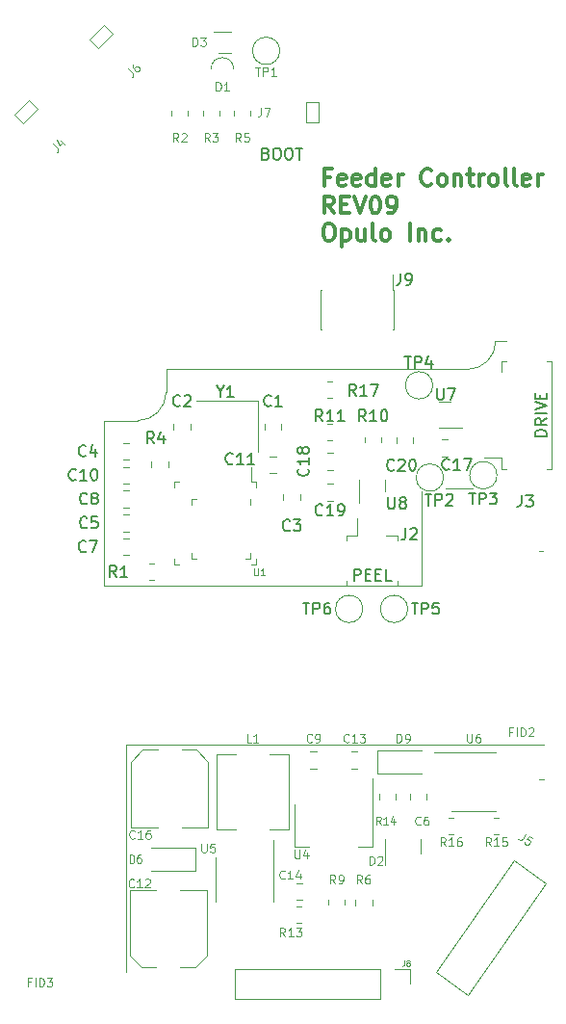
<source format=gbr>
G04 #@! TF.GenerationSoftware,KiCad,Pcbnew,(6.0.1-0)*
G04 #@! TF.CreationDate,2022-12-09T09:44:15-05:00*
G04 #@! TF.ProjectId,mobo,6d6f626f-2e6b-4696-9361-645f70636258,rev?*
G04 #@! TF.SameCoordinates,Original*
G04 #@! TF.FileFunction,Legend,Top*
G04 #@! TF.FilePolarity,Positive*
%FSLAX46Y46*%
G04 Gerber Fmt 4.6, Leading zero omitted, Abs format (unit mm)*
G04 Created by KiCad (PCBNEW (6.0.1-0)) date 2022-12-09 09:44:15*
%MOMM*%
%LPD*%
G01*
G04 APERTURE LIST*
%ADD10C,0.120000*%
%ADD11C,0.150000*%
%ADD12C,0.300000*%
%ADD13C,0.200000*%
%ADD14C,0.100000*%
G04 APERTURE END LIST*
D10*
X94300000Y-96000000D02*
X131000000Y-96000000D01*
X124300000Y-63000000D02*
G75*
G03*
X126800000Y-60500000I0J2500000D01*
G01*
X130600000Y-99000000D02*
X131000000Y-99000000D01*
X124800000Y-73500000D02*
X122400000Y-73500000D01*
X97800000Y-63000000D02*
X97800000Y-65000000D01*
X127700000Y-60500000D02*
X126800000Y-60500000D01*
X95300000Y-67500000D02*
G75*
G03*
X97800000Y-65000000I0J2500000D01*
G01*
X92300000Y-82000000D02*
X92300000Y-67500000D01*
X94300000Y-116000000D02*
X94300000Y-96000000D01*
X104300000Y-96000000D02*
X112300000Y-96000000D01*
X95300000Y-67500000D02*
X92300000Y-67500000D01*
X120300000Y-82000000D02*
X92300000Y-82000000D01*
X124300000Y-63000000D02*
X97800000Y-63000000D01*
X120300000Y-82000000D02*
X120300000Y-73700000D01*
X130600000Y-79000000D02*
X130950000Y-79000000D01*
D11*
X114328571Y-81552380D02*
X114328571Y-80552380D01*
X114709523Y-80552380D01*
X114804761Y-80600000D01*
X114852380Y-80647619D01*
X114900000Y-80742857D01*
X114900000Y-80885714D01*
X114852380Y-80980952D01*
X114804761Y-81028571D01*
X114709523Y-81076190D01*
X114328571Y-81076190D01*
X115328571Y-81028571D02*
X115661904Y-81028571D01*
X115804761Y-81552380D02*
X115328571Y-81552380D01*
X115328571Y-80552380D01*
X115804761Y-80552380D01*
X116233333Y-81028571D02*
X116566666Y-81028571D01*
X116709523Y-81552380D02*
X116233333Y-81552380D01*
X116233333Y-80552380D01*
X116709523Y-80552380D01*
X117614285Y-81552380D02*
X117138095Y-81552380D01*
X117138095Y-80552380D01*
D12*
X112202142Y-46077857D02*
X111702142Y-46077857D01*
X111702142Y-46863571D02*
X111702142Y-45363571D01*
X112416428Y-45363571D01*
X113559285Y-46792142D02*
X113416428Y-46863571D01*
X113130714Y-46863571D01*
X112987857Y-46792142D01*
X112916428Y-46649285D01*
X112916428Y-46077857D01*
X112987857Y-45935000D01*
X113130714Y-45863571D01*
X113416428Y-45863571D01*
X113559285Y-45935000D01*
X113630714Y-46077857D01*
X113630714Y-46220714D01*
X112916428Y-46363571D01*
X114845000Y-46792142D02*
X114702142Y-46863571D01*
X114416428Y-46863571D01*
X114273571Y-46792142D01*
X114202142Y-46649285D01*
X114202142Y-46077857D01*
X114273571Y-45935000D01*
X114416428Y-45863571D01*
X114702142Y-45863571D01*
X114845000Y-45935000D01*
X114916428Y-46077857D01*
X114916428Y-46220714D01*
X114202142Y-46363571D01*
X116202142Y-46863571D02*
X116202142Y-45363571D01*
X116202142Y-46792142D02*
X116059285Y-46863571D01*
X115773571Y-46863571D01*
X115630714Y-46792142D01*
X115559285Y-46720714D01*
X115487857Y-46577857D01*
X115487857Y-46149285D01*
X115559285Y-46006428D01*
X115630714Y-45935000D01*
X115773571Y-45863571D01*
X116059285Y-45863571D01*
X116202142Y-45935000D01*
X117487857Y-46792142D02*
X117345000Y-46863571D01*
X117059285Y-46863571D01*
X116916428Y-46792142D01*
X116845000Y-46649285D01*
X116845000Y-46077857D01*
X116916428Y-45935000D01*
X117059285Y-45863571D01*
X117345000Y-45863571D01*
X117487857Y-45935000D01*
X117559285Y-46077857D01*
X117559285Y-46220714D01*
X116845000Y-46363571D01*
X118202142Y-46863571D02*
X118202142Y-45863571D01*
X118202142Y-46149285D02*
X118273571Y-46006428D01*
X118345000Y-45935000D01*
X118487857Y-45863571D01*
X118630714Y-45863571D01*
X121130714Y-46720714D02*
X121059285Y-46792142D01*
X120845000Y-46863571D01*
X120702142Y-46863571D01*
X120487857Y-46792142D01*
X120345000Y-46649285D01*
X120273571Y-46506428D01*
X120202142Y-46220714D01*
X120202142Y-46006428D01*
X120273571Y-45720714D01*
X120345000Y-45577857D01*
X120487857Y-45435000D01*
X120702142Y-45363571D01*
X120845000Y-45363571D01*
X121059285Y-45435000D01*
X121130714Y-45506428D01*
X121987857Y-46863571D02*
X121845000Y-46792142D01*
X121773571Y-46720714D01*
X121702142Y-46577857D01*
X121702142Y-46149285D01*
X121773571Y-46006428D01*
X121845000Y-45935000D01*
X121987857Y-45863571D01*
X122202142Y-45863571D01*
X122345000Y-45935000D01*
X122416428Y-46006428D01*
X122487857Y-46149285D01*
X122487857Y-46577857D01*
X122416428Y-46720714D01*
X122345000Y-46792142D01*
X122202142Y-46863571D01*
X121987857Y-46863571D01*
X123130714Y-45863571D02*
X123130714Y-46863571D01*
X123130714Y-46006428D02*
X123202142Y-45935000D01*
X123345000Y-45863571D01*
X123559285Y-45863571D01*
X123702142Y-45935000D01*
X123773571Y-46077857D01*
X123773571Y-46863571D01*
X124273571Y-45863571D02*
X124845000Y-45863571D01*
X124487857Y-45363571D02*
X124487857Y-46649285D01*
X124559285Y-46792142D01*
X124702142Y-46863571D01*
X124845000Y-46863571D01*
X125345000Y-46863571D02*
X125345000Y-45863571D01*
X125345000Y-46149285D02*
X125416428Y-46006428D01*
X125487857Y-45935000D01*
X125630714Y-45863571D01*
X125773571Y-45863571D01*
X126487857Y-46863571D02*
X126345000Y-46792142D01*
X126273571Y-46720714D01*
X126202142Y-46577857D01*
X126202142Y-46149285D01*
X126273571Y-46006428D01*
X126345000Y-45935000D01*
X126487857Y-45863571D01*
X126702142Y-45863571D01*
X126845000Y-45935000D01*
X126916428Y-46006428D01*
X126987857Y-46149285D01*
X126987857Y-46577857D01*
X126916428Y-46720714D01*
X126845000Y-46792142D01*
X126702142Y-46863571D01*
X126487857Y-46863571D01*
X127845000Y-46863571D02*
X127702142Y-46792142D01*
X127630714Y-46649285D01*
X127630714Y-45363571D01*
X128630714Y-46863571D02*
X128487857Y-46792142D01*
X128416428Y-46649285D01*
X128416428Y-45363571D01*
X129773571Y-46792142D02*
X129630714Y-46863571D01*
X129345000Y-46863571D01*
X129202142Y-46792142D01*
X129130714Y-46649285D01*
X129130714Y-46077857D01*
X129202142Y-45935000D01*
X129345000Y-45863571D01*
X129630714Y-45863571D01*
X129773571Y-45935000D01*
X129845000Y-46077857D01*
X129845000Y-46220714D01*
X129130714Y-46363571D01*
X130487857Y-46863571D02*
X130487857Y-45863571D01*
X130487857Y-46149285D02*
X130559285Y-46006428D01*
X130630714Y-45935000D01*
X130773571Y-45863571D01*
X130916428Y-45863571D01*
X112559285Y-49278571D02*
X112059285Y-48564285D01*
X111702142Y-49278571D02*
X111702142Y-47778571D01*
X112273571Y-47778571D01*
X112416428Y-47850000D01*
X112487857Y-47921428D01*
X112559285Y-48064285D01*
X112559285Y-48278571D01*
X112487857Y-48421428D01*
X112416428Y-48492857D01*
X112273571Y-48564285D01*
X111702142Y-48564285D01*
X113202142Y-48492857D02*
X113702142Y-48492857D01*
X113916428Y-49278571D02*
X113202142Y-49278571D01*
X113202142Y-47778571D01*
X113916428Y-47778571D01*
X114345000Y-47778571D02*
X114845000Y-49278571D01*
X115345000Y-47778571D01*
X116130714Y-47778571D02*
X116273571Y-47778571D01*
X116416428Y-47850000D01*
X116487857Y-47921428D01*
X116559285Y-48064285D01*
X116630714Y-48350000D01*
X116630714Y-48707142D01*
X116559285Y-48992857D01*
X116487857Y-49135714D01*
X116416428Y-49207142D01*
X116273571Y-49278571D01*
X116130714Y-49278571D01*
X115987857Y-49207142D01*
X115916428Y-49135714D01*
X115845000Y-48992857D01*
X115773571Y-48707142D01*
X115773571Y-48350000D01*
X115845000Y-48064285D01*
X115916428Y-47921428D01*
X115987857Y-47850000D01*
X116130714Y-47778571D01*
X117345000Y-49278571D02*
X117630714Y-49278571D01*
X117773571Y-49207142D01*
X117845000Y-49135714D01*
X117987857Y-48921428D01*
X118059285Y-48635714D01*
X118059285Y-48064285D01*
X117987857Y-47921428D01*
X117916428Y-47850000D01*
X117773571Y-47778571D01*
X117487857Y-47778571D01*
X117345000Y-47850000D01*
X117273571Y-47921428D01*
X117202142Y-48064285D01*
X117202142Y-48421428D01*
X117273571Y-48564285D01*
X117345000Y-48635714D01*
X117487857Y-48707142D01*
X117773571Y-48707142D01*
X117916428Y-48635714D01*
X117987857Y-48564285D01*
X118059285Y-48421428D01*
X111987857Y-50193571D02*
X112273571Y-50193571D01*
X112416428Y-50265000D01*
X112559285Y-50407857D01*
X112630714Y-50693571D01*
X112630714Y-51193571D01*
X112559285Y-51479285D01*
X112416428Y-51622142D01*
X112273571Y-51693571D01*
X111987857Y-51693571D01*
X111845000Y-51622142D01*
X111702142Y-51479285D01*
X111630714Y-51193571D01*
X111630714Y-50693571D01*
X111702142Y-50407857D01*
X111845000Y-50265000D01*
X111987857Y-50193571D01*
X113273571Y-50693571D02*
X113273571Y-52193571D01*
X113273571Y-50765000D02*
X113416428Y-50693571D01*
X113702142Y-50693571D01*
X113845000Y-50765000D01*
X113916428Y-50836428D01*
X113987857Y-50979285D01*
X113987857Y-51407857D01*
X113916428Y-51550714D01*
X113845000Y-51622142D01*
X113702142Y-51693571D01*
X113416428Y-51693571D01*
X113273571Y-51622142D01*
X115273571Y-50693571D02*
X115273571Y-51693571D01*
X114630714Y-50693571D02*
X114630714Y-51479285D01*
X114702142Y-51622142D01*
X114845000Y-51693571D01*
X115059285Y-51693571D01*
X115202142Y-51622142D01*
X115273571Y-51550714D01*
X116202142Y-51693571D02*
X116059285Y-51622142D01*
X115987857Y-51479285D01*
X115987857Y-50193571D01*
X116987857Y-51693571D02*
X116845000Y-51622142D01*
X116773571Y-51550714D01*
X116702142Y-51407857D01*
X116702142Y-50979285D01*
X116773571Y-50836428D01*
X116845000Y-50765000D01*
X116987857Y-50693571D01*
X117202142Y-50693571D01*
X117345000Y-50765000D01*
X117416428Y-50836428D01*
X117487857Y-50979285D01*
X117487857Y-51407857D01*
X117416428Y-51550714D01*
X117345000Y-51622142D01*
X117202142Y-51693571D01*
X116987857Y-51693571D01*
X119273571Y-51693571D02*
X119273571Y-50193571D01*
X119987857Y-50693571D02*
X119987857Y-51693571D01*
X119987857Y-50836428D02*
X120059285Y-50765000D01*
X120202142Y-50693571D01*
X120416428Y-50693571D01*
X120559285Y-50765000D01*
X120630714Y-50907857D01*
X120630714Y-51693571D01*
X121987857Y-51622142D02*
X121845000Y-51693571D01*
X121559285Y-51693571D01*
X121416428Y-51622142D01*
X121345000Y-51550714D01*
X121273571Y-51407857D01*
X121273571Y-50979285D01*
X121345000Y-50836428D01*
X121416428Y-50765000D01*
X121559285Y-50693571D01*
X121845000Y-50693571D01*
X121987857Y-50765000D01*
X122630714Y-51550714D02*
X122702142Y-51622142D01*
X122630714Y-51693571D01*
X122559285Y-51622142D01*
X122630714Y-51550714D01*
X122630714Y-51693571D01*
D13*
X106592857Y-44028571D02*
X106735714Y-44076190D01*
X106783333Y-44123809D01*
X106830952Y-44219047D01*
X106830952Y-44361904D01*
X106783333Y-44457142D01*
X106735714Y-44504761D01*
X106640476Y-44552380D01*
X106259523Y-44552380D01*
X106259523Y-43552380D01*
X106592857Y-43552380D01*
X106688095Y-43600000D01*
X106735714Y-43647619D01*
X106783333Y-43742857D01*
X106783333Y-43838095D01*
X106735714Y-43933333D01*
X106688095Y-43980952D01*
X106592857Y-44028571D01*
X106259523Y-44028571D01*
X107450000Y-43552380D02*
X107640476Y-43552380D01*
X107735714Y-43600000D01*
X107830952Y-43695238D01*
X107878571Y-43885714D01*
X107878571Y-44219047D01*
X107830952Y-44409523D01*
X107735714Y-44504761D01*
X107640476Y-44552380D01*
X107450000Y-44552380D01*
X107354761Y-44504761D01*
X107259523Y-44409523D01*
X107211904Y-44219047D01*
X107211904Y-43885714D01*
X107259523Y-43695238D01*
X107354761Y-43600000D01*
X107450000Y-43552380D01*
X108497619Y-43552380D02*
X108688095Y-43552380D01*
X108783333Y-43600000D01*
X108878571Y-43695238D01*
X108926190Y-43885714D01*
X108926190Y-44219047D01*
X108878571Y-44409523D01*
X108783333Y-44504761D01*
X108688095Y-44552380D01*
X108497619Y-44552380D01*
X108402380Y-44504761D01*
X108307142Y-44409523D01*
X108259523Y-44219047D01*
X108259523Y-43885714D01*
X108307142Y-43695238D01*
X108402380Y-43600000D01*
X108497619Y-43552380D01*
X109211904Y-43552380D02*
X109783333Y-43552380D01*
X109497619Y-44552380D02*
X109497619Y-43552380D01*
D11*
X131252380Y-68880952D02*
X130252380Y-68880952D01*
X130252380Y-68642857D01*
X130300000Y-68500000D01*
X130395238Y-68404761D01*
X130490476Y-68357142D01*
X130680952Y-68309523D01*
X130823809Y-68309523D01*
X131014285Y-68357142D01*
X131109523Y-68404761D01*
X131204761Y-68500000D01*
X131252380Y-68642857D01*
X131252380Y-68880952D01*
X131252380Y-67309523D02*
X130776190Y-67642857D01*
X131252380Y-67880952D02*
X130252380Y-67880952D01*
X130252380Y-67500000D01*
X130300000Y-67404761D01*
X130347619Y-67357142D01*
X130442857Y-67309523D01*
X130585714Y-67309523D01*
X130680952Y-67357142D01*
X130728571Y-67404761D01*
X130776190Y-67500000D01*
X130776190Y-67880952D01*
X131252380Y-66880952D02*
X130252380Y-66880952D01*
X130252380Y-66547619D02*
X131252380Y-66214285D01*
X130252380Y-65880952D01*
X130728571Y-65547619D02*
X130728571Y-65214285D01*
X131252380Y-65071428D02*
X131252380Y-65547619D01*
X130252380Y-65547619D01*
X130252380Y-65071428D01*
X124438095Y-73852380D02*
X125009523Y-73852380D01*
X124723809Y-74852380D02*
X124723809Y-73852380D01*
X125342857Y-74852380D02*
X125342857Y-73852380D01*
X125723809Y-73852380D01*
X125819047Y-73900000D01*
X125866666Y-73947619D01*
X125914285Y-74042857D01*
X125914285Y-74185714D01*
X125866666Y-74280952D01*
X125819047Y-74328571D01*
X125723809Y-74376190D01*
X125342857Y-74376190D01*
X126247619Y-73852380D02*
X126866666Y-73852380D01*
X126533333Y-74233333D01*
X126676190Y-74233333D01*
X126771428Y-74280952D01*
X126819047Y-74328571D01*
X126866666Y-74423809D01*
X126866666Y-74661904D01*
X126819047Y-74757142D01*
X126771428Y-74804761D01*
X126676190Y-74852380D01*
X126390476Y-74852380D01*
X126295238Y-74804761D01*
X126247619Y-74757142D01*
D14*
X112675000Y-108189285D02*
X112425000Y-107832142D01*
X112246428Y-108189285D02*
X112246428Y-107439285D01*
X112532142Y-107439285D01*
X112603571Y-107475000D01*
X112639285Y-107510714D01*
X112675000Y-107582142D01*
X112675000Y-107689285D01*
X112639285Y-107760714D01*
X112603571Y-107796428D01*
X112532142Y-107832142D01*
X112246428Y-107832142D01*
X113032142Y-108189285D02*
X113175000Y-108189285D01*
X113246428Y-108153571D01*
X113282142Y-108117857D01*
X113353571Y-108010714D01*
X113389285Y-107867857D01*
X113389285Y-107582142D01*
X113353571Y-107510714D01*
X113317857Y-107475000D01*
X113246428Y-107439285D01*
X113103571Y-107439285D01*
X113032142Y-107475000D01*
X112996428Y-107510714D01*
X112960714Y-107582142D01*
X112960714Y-107760714D01*
X112996428Y-107832142D01*
X113032142Y-107867857D01*
X113103571Y-107903571D01*
X113246428Y-107903571D01*
X113317857Y-107867857D01*
X113353571Y-107832142D01*
X113389285Y-107760714D01*
X110625000Y-95717857D02*
X110589285Y-95753571D01*
X110482142Y-95789285D01*
X110410714Y-95789285D01*
X110303571Y-95753571D01*
X110232142Y-95682142D01*
X110196428Y-95610714D01*
X110160714Y-95467857D01*
X110160714Y-95360714D01*
X110196428Y-95217857D01*
X110232142Y-95146428D01*
X110303571Y-95075000D01*
X110410714Y-95039285D01*
X110482142Y-95039285D01*
X110589285Y-95075000D01*
X110625000Y-95110714D01*
X110982142Y-95789285D02*
X111125000Y-95789285D01*
X111196428Y-95753571D01*
X111232142Y-95717857D01*
X111303571Y-95610714D01*
X111339285Y-95467857D01*
X111339285Y-95182142D01*
X111303571Y-95110714D01*
X111267857Y-95075000D01*
X111196428Y-95039285D01*
X111053571Y-95039285D01*
X110982142Y-95075000D01*
X110946428Y-95110714D01*
X110910714Y-95182142D01*
X110910714Y-95360714D01*
X110946428Y-95432142D01*
X110982142Y-95467857D01*
X111053571Y-95503571D01*
X111196428Y-95503571D01*
X111267857Y-95467857D01*
X111303571Y-95432142D01*
X111339285Y-95360714D01*
D11*
X90733333Y-70557142D02*
X90685714Y-70604761D01*
X90542857Y-70652380D01*
X90447619Y-70652380D01*
X90304761Y-70604761D01*
X90209523Y-70509523D01*
X90161904Y-70414285D01*
X90114285Y-70223809D01*
X90114285Y-70080952D01*
X90161904Y-69890476D01*
X90209523Y-69795238D01*
X90304761Y-69700000D01*
X90447619Y-69652380D01*
X90542857Y-69652380D01*
X90685714Y-69700000D01*
X90733333Y-69747619D01*
X91590476Y-69985714D02*
X91590476Y-70652380D01*
X91352380Y-69604761D02*
X91114285Y-70319047D01*
X91733333Y-70319047D01*
D14*
X102196428Y-38489285D02*
X102196428Y-37739285D01*
X102375000Y-37739285D01*
X102482142Y-37775000D01*
X102553571Y-37846428D01*
X102589285Y-37917857D01*
X102625000Y-38060714D01*
X102625000Y-38167857D01*
X102589285Y-38310714D01*
X102553571Y-38382142D01*
X102482142Y-38453571D01*
X102375000Y-38489285D01*
X102196428Y-38489285D01*
X103339285Y-38489285D02*
X102910714Y-38489285D01*
X103125000Y-38489285D02*
X103125000Y-37739285D01*
X103053571Y-37846428D01*
X102982142Y-37917857D01*
X102910714Y-37953571D01*
D11*
X121638095Y-64652380D02*
X121638095Y-65461904D01*
X121685714Y-65557142D01*
X121733333Y-65604761D01*
X121828571Y-65652380D01*
X122019047Y-65652380D01*
X122114285Y-65604761D01*
X122161904Y-65557142D01*
X122209523Y-65461904D01*
X122209523Y-64652380D01*
X122590476Y-64652380D02*
X123257142Y-64652380D01*
X122828571Y-65652380D01*
D14*
X104375000Y-42989285D02*
X104125000Y-42632142D01*
X103946428Y-42989285D02*
X103946428Y-42239285D01*
X104232142Y-42239285D01*
X104303571Y-42275000D01*
X104339285Y-42310714D01*
X104375000Y-42382142D01*
X104375000Y-42489285D01*
X104339285Y-42560714D01*
X104303571Y-42596428D01*
X104232142Y-42632142D01*
X103946428Y-42632142D01*
X105053571Y-42239285D02*
X104696428Y-42239285D01*
X104660714Y-42596428D01*
X104696428Y-42560714D01*
X104767857Y-42525000D01*
X104946428Y-42525000D01*
X105017857Y-42560714D01*
X105053571Y-42596428D01*
X105089285Y-42667857D01*
X105089285Y-42846428D01*
X105053571Y-42917857D01*
X105017857Y-42953571D01*
X104946428Y-42989285D01*
X104767857Y-42989285D01*
X104696428Y-42953571D01*
X104660714Y-42917857D01*
D11*
X115357142Y-67552380D02*
X115023809Y-67076190D01*
X114785714Y-67552380D02*
X114785714Y-66552380D01*
X115166666Y-66552380D01*
X115261904Y-66600000D01*
X115309523Y-66647619D01*
X115357142Y-66742857D01*
X115357142Y-66885714D01*
X115309523Y-66980952D01*
X115261904Y-67028571D01*
X115166666Y-67076190D01*
X114785714Y-67076190D01*
X116309523Y-67552380D02*
X115738095Y-67552380D01*
X116023809Y-67552380D02*
X116023809Y-66552380D01*
X115928571Y-66695238D01*
X115833333Y-66790476D01*
X115738095Y-66838095D01*
X116928571Y-66552380D02*
X117023809Y-66552380D01*
X117119047Y-66600000D01*
X117166666Y-66647619D01*
X117214285Y-66742857D01*
X117261904Y-66933333D01*
X117261904Y-67171428D01*
X117214285Y-67361904D01*
X117166666Y-67457142D01*
X117119047Y-67504761D01*
X117023809Y-67552380D01*
X116928571Y-67552380D01*
X116833333Y-67504761D01*
X116785714Y-67457142D01*
X116738095Y-67361904D01*
X116690476Y-67171428D01*
X116690476Y-66933333D01*
X116738095Y-66742857D01*
X116785714Y-66647619D01*
X116833333Y-66600000D01*
X116928571Y-66552380D01*
D14*
X118096428Y-95789285D02*
X118096428Y-95039285D01*
X118275000Y-95039285D01*
X118382142Y-95075000D01*
X118453571Y-95146428D01*
X118489285Y-95217857D01*
X118525000Y-95360714D01*
X118525000Y-95467857D01*
X118489285Y-95610714D01*
X118453571Y-95682142D01*
X118382142Y-95753571D01*
X118275000Y-95789285D01*
X118096428Y-95789285D01*
X118882142Y-95789285D02*
X119025000Y-95789285D01*
X119096428Y-95753571D01*
X119132142Y-95717857D01*
X119203571Y-95610714D01*
X119239285Y-95467857D01*
X119239285Y-95182142D01*
X119203571Y-95110714D01*
X119167857Y-95075000D01*
X119096428Y-95039285D01*
X118953571Y-95039285D01*
X118882142Y-95075000D01*
X118846428Y-95110714D01*
X118810714Y-95182142D01*
X118810714Y-95360714D01*
X118846428Y-95432142D01*
X118882142Y-95467857D01*
X118953571Y-95503571D01*
X119096428Y-95503571D01*
X119167857Y-95467857D01*
X119203571Y-95432142D01*
X119239285Y-95360714D01*
D11*
X96733333Y-69502380D02*
X96400000Y-69026190D01*
X96161904Y-69502380D02*
X96161904Y-68502380D01*
X96542857Y-68502380D01*
X96638095Y-68550000D01*
X96685714Y-68597619D01*
X96733333Y-68692857D01*
X96733333Y-68835714D01*
X96685714Y-68930952D01*
X96638095Y-68978571D01*
X96542857Y-69026190D01*
X96161904Y-69026190D01*
X97590476Y-68835714D02*
X97590476Y-69502380D01*
X97352380Y-68454761D02*
X97114285Y-69169047D01*
X97733333Y-69169047D01*
D14*
X105538692Y-80509168D02*
X105538692Y-80994882D01*
X105567263Y-81052025D01*
X105595835Y-81080597D01*
X105652977Y-81109168D01*
X105767263Y-81109168D01*
X105824406Y-81080597D01*
X105852977Y-81052025D01*
X105881549Y-80994882D01*
X105881549Y-80509168D01*
X106481549Y-81109168D02*
X106138692Y-81109168D01*
X106310120Y-81109168D02*
X106310120Y-80509168D01*
X106252977Y-80594882D01*
X106195835Y-80652025D01*
X106138692Y-80680597D01*
X101625000Y-42989285D02*
X101375000Y-42632142D01*
X101196428Y-42989285D02*
X101196428Y-42239285D01*
X101482142Y-42239285D01*
X101553571Y-42275000D01*
X101589285Y-42310714D01*
X101625000Y-42382142D01*
X101625000Y-42489285D01*
X101589285Y-42560714D01*
X101553571Y-42596428D01*
X101482142Y-42632142D01*
X101196428Y-42632142D01*
X101875000Y-42239285D02*
X102339285Y-42239285D01*
X102089285Y-42525000D01*
X102196428Y-42525000D01*
X102267857Y-42560714D01*
X102303571Y-42596428D01*
X102339285Y-42667857D01*
X102339285Y-42846428D01*
X102303571Y-42917857D01*
X102267857Y-42953571D01*
X102196428Y-42989285D01*
X101982142Y-42989285D01*
X101910714Y-42953571D01*
X101875000Y-42917857D01*
X98875000Y-42989285D02*
X98625000Y-42632142D01*
X98446428Y-42989285D02*
X98446428Y-42239285D01*
X98732142Y-42239285D01*
X98803571Y-42275000D01*
X98839285Y-42310714D01*
X98875000Y-42382142D01*
X98875000Y-42489285D01*
X98839285Y-42560714D01*
X98803571Y-42596428D01*
X98732142Y-42632142D01*
X98446428Y-42632142D01*
X99160714Y-42310714D02*
X99196428Y-42275000D01*
X99267857Y-42239285D01*
X99446428Y-42239285D01*
X99517857Y-42275000D01*
X99553571Y-42310714D01*
X99589285Y-42382142D01*
X99589285Y-42453571D01*
X99553571Y-42560714D01*
X99125000Y-42989285D01*
X99589285Y-42989285D01*
X109128571Y-105239285D02*
X109128571Y-105846428D01*
X109164285Y-105917857D01*
X109200000Y-105953571D01*
X109271428Y-105989285D01*
X109414285Y-105989285D01*
X109485714Y-105953571D01*
X109521428Y-105917857D01*
X109557142Y-105846428D01*
X109557142Y-105239285D01*
X110235714Y-105489285D02*
X110235714Y-105989285D01*
X110057142Y-105203571D02*
X109878571Y-105739285D01*
X110342857Y-105739285D01*
D11*
X102561549Y-64938095D02*
X102561549Y-65414285D01*
X102228216Y-64414285D02*
X102561549Y-64938095D01*
X102894882Y-64414285D01*
X103752025Y-65414285D02*
X103180597Y-65414285D01*
X103466311Y-65414285D02*
X103466311Y-64414285D01*
X103371073Y-64557143D01*
X103275835Y-64652381D01*
X103180597Y-64700000D01*
X118416666Y-54552380D02*
X118416666Y-55266666D01*
X118369047Y-55409523D01*
X118273809Y-55504761D01*
X118130952Y-55552380D01*
X118035714Y-55552380D01*
X118940476Y-55552380D02*
X119130952Y-55552380D01*
X119226190Y-55504761D01*
X119273809Y-55457142D01*
X119369047Y-55314285D01*
X119416666Y-55123809D01*
X119416666Y-54742857D01*
X119369047Y-54647619D01*
X119321428Y-54600000D01*
X119226190Y-54552380D01*
X119035714Y-54552380D01*
X118940476Y-54600000D01*
X118892857Y-54647619D01*
X118845238Y-54742857D01*
X118845238Y-54980952D01*
X118892857Y-55076190D01*
X118940476Y-55123809D01*
X119035714Y-55171428D01*
X119226190Y-55171428D01*
X119321428Y-55123809D01*
X119369047Y-55076190D01*
X119416666Y-54980952D01*
X119388095Y-83502380D02*
X119959523Y-83502380D01*
X119673809Y-84502380D02*
X119673809Y-83502380D01*
X120292857Y-84502380D02*
X120292857Y-83502380D01*
X120673809Y-83502380D01*
X120769047Y-83550000D01*
X120816666Y-83597619D01*
X120864285Y-83692857D01*
X120864285Y-83835714D01*
X120816666Y-83930952D01*
X120769047Y-83978571D01*
X120673809Y-84026190D01*
X120292857Y-84026190D01*
X121769047Y-83502380D02*
X121292857Y-83502380D01*
X121245238Y-83978571D01*
X121292857Y-83930952D01*
X121388095Y-83883333D01*
X121626190Y-83883333D01*
X121721428Y-83930952D01*
X121769047Y-83978571D01*
X121816666Y-84073809D01*
X121816666Y-84311904D01*
X121769047Y-84407142D01*
X121721428Y-84454761D01*
X121626190Y-84502380D01*
X121388095Y-84502380D01*
X121292857Y-84454761D01*
X121245238Y-84407142D01*
X90733333Y-78957142D02*
X90685714Y-79004761D01*
X90542857Y-79052380D01*
X90447619Y-79052380D01*
X90304761Y-79004761D01*
X90209523Y-78909523D01*
X90161904Y-78814285D01*
X90114285Y-78623809D01*
X90114285Y-78480952D01*
X90161904Y-78290476D01*
X90209523Y-78195238D01*
X90304761Y-78100000D01*
X90447619Y-78052380D01*
X90542857Y-78052380D01*
X90685714Y-78100000D01*
X90733333Y-78147619D01*
X91066666Y-78052380D02*
X91733333Y-78052380D01*
X91304761Y-79052380D01*
D14*
X115025000Y-108189285D02*
X114775000Y-107832142D01*
X114596428Y-108189285D02*
X114596428Y-107439285D01*
X114882142Y-107439285D01*
X114953571Y-107475000D01*
X114989285Y-107510714D01*
X115025000Y-107582142D01*
X115025000Y-107689285D01*
X114989285Y-107760714D01*
X114953571Y-107796428D01*
X114882142Y-107832142D01*
X114596428Y-107832142D01*
X115667857Y-107439285D02*
X115525000Y-107439285D01*
X115453571Y-107475000D01*
X115417857Y-107510714D01*
X115346428Y-107617857D01*
X115310714Y-107760714D01*
X115310714Y-108046428D01*
X115346428Y-108117857D01*
X115382142Y-108153571D01*
X115453571Y-108189285D01*
X115596428Y-108189285D01*
X115667857Y-108153571D01*
X115703571Y-108117857D01*
X115739285Y-108046428D01*
X115739285Y-107867857D01*
X115703571Y-107796428D01*
X115667857Y-107760714D01*
X115596428Y-107725000D01*
X115453571Y-107725000D01*
X115382142Y-107760714D01*
X115346428Y-107796428D01*
X115310714Y-107867857D01*
X94967857Y-108467857D02*
X94932142Y-108503571D01*
X94825000Y-108539285D01*
X94753571Y-108539285D01*
X94646428Y-108503571D01*
X94575000Y-108432142D01*
X94539285Y-108360714D01*
X94503571Y-108217857D01*
X94503571Y-108110714D01*
X94539285Y-107967857D01*
X94575000Y-107896428D01*
X94646428Y-107825000D01*
X94753571Y-107789285D01*
X94825000Y-107789285D01*
X94932142Y-107825000D01*
X94967857Y-107860714D01*
X95682142Y-108539285D02*
X95253571Y-108539285D01*
X95467857Y-108539285D02*
X95467857Y-107789285D01*
X95396428Y-107896428D01*
X95325000Y-107967857D01*
X95253571Y-108003571D01*
X95967857Y-107860714D02*
X96003571Y-107825000D01*
X96075000Y-107789285D01*
X96253571Y-107789285D01*
X96325000Y-107825000D01*
X96360714Y-107860714D01*
X96396428Y-107932142D01*
X96396428Y-108003571D01*
X96360714Y-108110714D01*
X95932142Y-108539285D01*
X96396428Y-108539285D01*
X95017857Y-104167857D02*
X94982142Y-104203571D01*
X94875000Y-104239285D01*
X94803571Y-104239285D01*
X94696428Y-104203571D01*
X94625000Y-104132142D01*
X94589285Y-104060714D01*
X94553571Y-103917857D01*
X94553571Y-103810714D01*
X94589285Y-103667857D01*
X94625000Y-103596428D01*
X94696428Y-103525000D01*
X94803571Y-103489285D01*
X94875000Y-103489285D01*
X94982142Y-103525000D01*
X95017857Y-103560714D01*
X95732142Y-104239285D02*
X95303571Y-104239285D01*
X95517857Y-104239285D02*
X95517857Y-103489285D01*
X95446428Y-103596428D01*
X95375000Y-103667857D01*
X95303571Y-103703571D01*
X96375000Y-103489285D02*
X96232142Y-103489285D01*
X96160714Y-103525000D01*
X96125000Y-103560714D01*
X96053571Y-103667857D01*
X96017857Y-103810714D01*
X96017857Y-104096428D01*
X96053571Y-104167857D01*
X96089285Y-104203571D01*
X96160714Y-104239285D01*
X96303571Y-104239285D01*
X96375000Y-104203571D01*
X96410714Y-104167857D01*
X96446428Y-104096428D01*
X96446428Y-103917857D01*
X96410714Y-103846428D01*
X96375000Y-103810714D01*
X96303571Y-103775000D01*
X96160714Y-103775000D01*
X96089285Y-103810714D01*
X96053571Y-103846428D01*
X96017857Y-103917857D01*
D11*
X111557142Y-75757142D02*
X111509523Y-75804761D01*
X111366666Y-75852380D01*
X111271428Y-75852380D01*
X111128571Y-75804761D01*
X111033333Y-75709523D01*
X110985714Y-75614285D01*
X110938095Y-75423809D01*
X110938095Y-75280952D01*
X110985714Y-75090476D01*
X111033333Y-74995238D01*
X111128571Y-74900000D01*
X111271428Y-74852380D01*
X111366666Y-74852380D01*
X111509523Y-74900000D01*
X111557142Y-74947619D01*
X112509523Y-75852380D02*
X111938095Y-75852380D01*
X112223809Y-75852380D02*
X112223809Y-74852380D01*
X112128571Y-74995238D01*
X112033333Y-75090476D01*
X111938095Y-75138095D01*
X112985714Y-75852380D02*
X113176190Y-75852380D01*
X113271428Y-75804761D01*
X113319047Y-75757142D01*
X113414285Y-75614285D01*
X113461904Y-75423809D01*
X113461904Y-75042857D01*
X113414285Y-74947619D01*
X113366666Y-74900000D01*
X113271428Y-74852380D01*
X113080952Y-74852380D01*
X112985714Y-74900000D01*
X112938095Y-74947619D01*
X112890476Y-75042857D01*
X112890476Y-75280952D01*
X112938095Y-75376190D01*
X112985714Y-75423809D01*
X113080952Y-75471428D01*
X113271428Y-75471428D01*
X113366666Y-75423809D01*
X113414285Y-75376190D01*
X113461904Y-75280952D01*
D14*
X105653571Y-36439285D02*
X106082142Y-36439285D01*
X105867857Y-37189285D02*
X105867857Y-36439285D01*
X106332142Y-37189285D02*
X106332142Y-36439285D01*
X106617857Y-36439285D01*
X106689285Y-36475000D01*
X106725000Y-36510714D01*
X106760714Y-36582142D01*
X106760714Y-36689285D01*
X106725000Y-36760714D01*
X106689285Y-36796428D01*
X106617857Y-36832142D01*
X106332142Y-36832142D01*
X107475000Y-37189285D02*
X107046428Y-37189285D01*
X107260714Y-37189285D02*
X107260714Y-36439285D01*
X107189285Y-36546428D01*
X107117857Y-36617857D01*
X107046428Y-36653571D01*
X128246428Y-94846428D02*
X127996428Y-94846428D01*
X127996428Y-95239285D02*
X127996428Y-94489285D01*
X128353571Y-94489285D01*
X128639285Y-95239285D02*
X128639285Y-94489285D01*
X128996428Y-95239285D02*
X128996428Y-94489285D01*
X129175000Y-94489285D01*
X129282142Y-94525000D01*
X129353571Y-94596428D01*
X129389285Y-94667857D01*
X129425000Y-94810714D01*
X129425000Y-94917857D01*
X129389285Y-95060714D01*
X129353571Y-95132142D01*
X129282142Y-95203571D01*
X129175000Y-95239285D01*
X128996428Y-95239285D01*
X129710714Y-94560714D02*
X129746428Y-94525000D01*
X129817857Y-94489285D01*
X129996428Y-94489285D01*
X130067857Y-94525000D01*
X130103571Y-94560714D01*
X130139285Y-94632142D01*
X130139285Y-94703571D01*
X130103571Y-94810714D01*
X129675000Y-95239285D01*
X130139285Y-95239285D01*
X115696428Y-106539285D02*
X115696428Y-105789285D01*
X115875000Y-105789285D01*
X115982142Y-105825000D01*
X116053571Y-105896428D01*
X116089285Y-105967857D01*
X116125000Y-106110714D01*
X116125000Y-106217857D01*
X116089285Y-106360714D01*
X116053571Y-106432142D01*
X115982142Y-106503571D01*
X115875000Y-106539285D01*
X115696428Y-106539285D01*
X116410714Y-105860714D02*
X116446428Y-105825000D01*
X116517857Y-105789285D01*
X116696428Y-105789285D01*
X116767857Y-105825000D01*
X116803571Y-105860714D01*
X116839285Y-105932142D01*
X116839285Y-106003571D01*
X116803571Y-106110714D01*
X116375000Y-106539285D01*
X116839285Y-106539285D01*
D11*
X108683333Y-77107142D02*
X108635714Y-77154761D01*
X108492857Y-77202380D01*
X108397619Y-77202380D01*
X108254761Y-77154761D01*
X108159523Y-77059523D01*
X108111904Y-76964285D01*
X108064285Y-76773809D01*
X108064285Y-76630952D01*
X108111904Y-76440476D01*
X108159523Y-76345238D01*
X108254761Y-76250000D01*
X108397619Y-76202380D01*
X108492857Y-76202380D01*
X108635714Y-76250000D01*
X108683333Y-76297619D01*
X109016666Y-76202380D02*
X109635714Y-76202380D01*
X109302380Y-76583333D01*
X109445238Y-76583333D01*
X109540476Y-76630952D01*
X109588095Y-76678571D01*
X109635714Y-76773809D01*
X109635714Y-77011904D01*
X109588095Y-77107142D01*
X109540476Y-77154761D01*
X109445238Y-77202380D01*
X109159523Y-77202380D01*
X109064285Y-77154761D01*
X109016666Y-77107142D01*
D14*
X94482804Y-36586357D02*
X94861611Y-36965165D01*
X94912119Y-37066180D01*
X94912119Y-37167195D01*
X94861611Y-37268210D01*
X94811104Y-37318718D01*
X94962626Y-36106535D02*
X94861611Y-36207550D01*
X94836357Y-36283312D01*
X94836357Y-36333819D01*
X94861611Y-36460088D01*
X94937373Y-36586357D01*
X95139403Y-36788388D01*
X95215165Y-36813642D01*
X95265672Y-36813642D01*
X95341434Y-36788388D01*
X95442449Y-36687373D01*
X95467703Y-36611611D01*
X95467703Y-36561104D01*
X95442449Y-36485342D01*
X95316180Y-36359073D01*
X95240418Y-36333819D01*
X95189911Y-36333819D01*
X95114149Y-36359073D01*
X95013134Y-36460088D01*
X94987880Y-36535850D01*
X94987880Y-36586357D01*
X95013134Y-36662119D01*
D11*
X109838095Y-83502380D02*
X110409523Y-83502380D01*
X110123809Y-84502380D02*
X110123809Y-83502380D01*
X110742857Y-84502380D02*
X110742857Y-83502380D01*
X111123809Y-83502380D01*
X111219047Y-83550000D01*
X111266666Y-83597619D01*
X111314285Y-83692857D01*
X111314285Y-83835714D01*
X111266666Y-83930952D01*
X111219047Y-83978571D01*
X111123809Y-84026190D01*
X110742857Y-84026190D01*
X112171428Y-83502380D02*
X111980952Y-83502380D01*
X111885714Y-83550000D01*
X111838095Y-83597619D01*
X111742857Y-83740476D01*
X111695238Y-83930952D01*
X111695238Y-84311904D01*
X111742857Y-84407142D01*
X111790476Y-84454761D01*
X111885714Y-84502380D01*
X112076190Y-84502380D01*
X112171428Y-84454761D01*
X112219047Y-84407142D01*
X112266666Y-84311904D01*
X112266666Y-84073809D01*
X112219047Y-83978571D01*
X112171428Y-83930952D01*
X112076190Y-83883333D01*
X111885714Y-83883333D01*
X111790476Y-83930952D01*
X111742857Y-83978571D01*
X111695238Y-84073809D01*
X114507142Y-65302380D02*
X114173809Y-64826190D01*
X113935714Y-65302380D02*
X113935714Y-64302380D01*
X114316666Y-64302380D01*
X114411904Y-64350000D01*
X114459523Y-64397619D01*
X114507142Y-64492857D01*
X114507142Y-64635714D01*
X114459523Y-64730952D01*
X114411904Y-64778571D01*
X114316666Y-64826190D01*
X113935714Y-64826190D01*
X115459523Y-65302380D02*
X114888095Y-65302380D01*
X115173809Y-65302380D02*
X115173809Y-64302380D01*
X115078571Y-64445238D01*
X114983333Y-64540476D01*
X114888095Y-64588095D01*
X115792857Y-64302380D02*
X116459523Y-64302380D01*
X116030952Y-65302380D01*
D14*
X108217857Y-107717857D02*
X108182142Y-107753571D01*
X108075000Y-107789285D01*
X108003571Y-107789285D01*
X107896428Y-107753571D01*
X107825000Y-107682142D01*
X107789285Y-107610714D01*
X107753571Y-107467857D01*
X107753571Y-107360714D01*
X107789285Y-107217857D01*
X107825000Y-107146428D01*
X107896428Y-107075000D01*
X108003571Y-107039285D01*
X108075000Y-107039285D01*
X108182142Y-107075000D01*
X108217857Y-107110714D01*
X108932142Y-107789285D02*
X108503571Y-107789285D01*
X108717857Y-107789285D02*
X108717857Y-107039285D01*
X108646428Y-107146428D01*
X108575000Y-107217857D01*
X108503571Y-107253571D01*
X109575000Y-107289285D02*
X109575000Y-107789285D01*
X109396428Y-107003571D02*
X109217857Y-107539285D01*
X109682142Y-107539285D01*
D11*
X117338095Y-74252380D02*
X117338095Y-75061904D01*
X117385714Y-75157142D01*
X117433333Y-75204761D01*
X117528571Y-75252380D01*
X117719047Y-75252380D01*
X117814285Y-75204761D01*
X117861904Y-75157142D01*
X117909523Y-75061904D01*
X117909523Y-74252380D01*
X118528571Y-74680952D02*
X118433333Y-74633333D01*
X118385714Y-74585714D01*
X118338095Y-74490476D01*
X118338095Y-74442857D01*
X118385714Y-74347619D01*
X118433333Y-74300000D01*
X118528571Y-74252380D01*
X118719047Y-74252380D01*
X118814285Y-74300000D01*
X118861904Y-74347619D01*
X118909523Y-74442857D01*
X118909523Y-74490476D01*
X118861904Y-74585714D01*
X118814285Y-74633333D01*
X118719047Y-74680952D01*
X118528571Y-74680952D01*
X118433333Y-74728571D01*
X118385714Y-74776190D01*
X118338095Y-74871428D01*
X118338095Y-75061904D01*
X118385714Y-75157142D01*
X118433333Y-75204761D01*
X118528571Y-75252380D01*
X118719047Y-75252380D01*
X118814285Y-75204761D01*
X118861904Y-75157142D01*
X118909523Y-75061904D01*
X118909523Y-74871428D01*
X118861904Y-74776190D01*
X118814285Y-74728571D01*
X118719047Y-74680952D01*
D14*
X118733333Y-114926190D02*
X118733333Y-115283333D01*
X118709523Y-115354761D01*
X118661904Y-115402380D01*
X118590476Y-115426190D01*
X118542857Y-115426190D01*
X119042857Y-115140476D02*
X118995238Y-115116666D01*
X118971428Y-115092857D01*
X118947619Y-115045238D01*
X118947619Y-115021428D01*
X118971428Y-114973809D01*
X118995238Y-114950000D01*
X119042857Y-114926190D01*
X119138095Y-114926190D01*
X119185714Y-114950000D01*
X119209523Y-114973809D01*
X119233333Y-115021428D01*
X119233333Y-115045238D01*
X119209523Y-115092857D01*
X119185714Y-115116666D01*
X119138095Y-115140476D01*
X119042857Y-115140476D01*
X118995238Y-115164285D01*
X118971428Y-115188095D01*
X118947619Y-115235714D01*
X118947619Y-115330952D01*
X118971428Y-115378571D01*
X118995238Y-115402380D01*
X119042857Y-115426190D01*
X119138095Y-115426190D01*
X119185714Y-115402380D01*
X119209523Y-115378571D01*
X119233333Y-115330952D01*
X119233333Y-115235714D01*
X119209523Y-115188095D01*
X119185714Y-115164285D01*
X119138095Y-115140476D01*
X126367857Y-104889285D02*
X126117857Y-104532142D01*
X125939285Y-104889285D02*
X125939285Y-104139285D01*
X126225000Y-104139285D01*
X126296428Y-104175000D01*
X126332142Y-104210714D01*
X126367857Y-104282142D01*
X126367857Y-104389285D01*
X126332142Y-104460714D01*
X126296428Y-104496428D01*
X126225000Y-104532142D01*
X125939285Y-104532142D01*
X127082142Y-104889285D02*
X126653571Y-104889285D01*
X126867857Y-104889285D02*
X126867857Y-104139285D01*
X126796428Y-104246428D01*
X126725000Y-104317857D01*
X126653571Y-104353571D01*
X127760714Y-104139285D02*
X127403571Y-104139285D01*
X127367857Y-104496428D01*
X127403571Y-104460714D01*
X127475000Y-104425000D01*
X127653571Y-104425000D01*
X127725000Y-104460714D01*
X127760714Y-104496428D01*
X127796428Y-104567857D01*
X127796428Y-104746428D01*
X127760714Y-104817857D01*
X127725000Y-104853571D01*
X127653571Y-104889285D01*
X127475000Y-104889285D01*
X127403571Y-104853571D01*
X127367857Y-104817857D01*
D11*
X129066666Y-74052380D02*
X129066666Y-74766666D01*
X129019047Y-74909523D01*
X128923809Y-75004761D01*
X128780952Y-75052380D01*
X128685714Y-75052380D01*
X129447619Y-74052380D02*
X130066666Y-74052380D01*
X129733333Y-74433333D01*
X129876190Y-74433333D01*
X129971428Y-74480952D01*
X130019047Y-74528571D01*
X130066666Y-74623809D01*
X130066666Y-74861904D01*
X130019047Y-74957142D01*
X129971428Y-75004761D01*
X129876190Y-75052380D01*
X129590476Y-75052380D01*
X129495238Y-75004761D01*
X129447619Y-74957142D01*
D14*
X113867857Y-95717857D02*
X113832142Y-95753571D01*
X113725000Y-95789285D01*
X113653571Y-95789285D01*
X113546428Y-95753571D01*
X113475000Y-95682142D01*
X113439285Y-95610714D01*
X113403571Y-95467857D01*
X113403571Y-95360714D01*
X113439285Y-95217857D01*
X113475000Y-95146428D01*
X113546428Y-95075000D01*
X113653571Y-95039285D01*
X113725000Y-95039285D01*
X113832142Y-95075000D01*
X113867857Y-95110714D01*
X114582142Y-95789285D02*
X114153571Y-95789285D01*
X114367857Y-95789285D02*
X114367857Y-95039285D01*
X114296428Y-95146428D01*
X114225000Y-95217857D01*
X114153571Y-95253571D01*
X114832142Y-95039285D02*
X115296428Y-95039285D01*
X115046428Y-95325000D01*
X115153571Y-95325000D01*
X115225000Y-95360714D01*
X115260714Y-95396428D01*
X115296428Y-95467857D01*
X115296428Y-95646428D01*
X115260714Y-95717857D01*
X115225000Y-95753571D01*
X115153571Y-95789285D01*
X114939285Y-95789285D01*
X114867857Y-95753571D01*
X114832142Y-95717857D01*
D11*
X90833333Y-76857142D02*
X90785714Y-76904761D01*
X90642857Y-76952380D01*
X90547619Y-76952380D01*
X90404761Y-76904761D01*
X90309523Y-76809523D01*
X90261904Y-76714285D01*
X90214285Y-76523809D01*
X90214285Y-76380952D01*
X90261904Y-76190476D01*
X90309523Y-76095238D01*
X90404761Y-76000000D01*
X90547619Y-75952380D01*
X90642857Y-75952380D01*
X90785714Y-76000000D01*
X90833333Y-76047619D01*
X91738095Y-75952380D02*
X91261904Y-75952380D01*
X91214285Y-76428571D01*
X91261904Y-76380952D01*
X91357142Y-76333333D01*
X91595238Y-76333333D01*
X91690476Y-76380952D01*
X91738095Y-76428571D01*
X91785714Y-76523809D01*
X91785714Y-76761904D01*
X91738095Y-76857142D01*
X91690476Y-76904761D01*
X91595238Y-76952380D01*
X91357142Y-76952380D01*
X91261904Y-76904761D01*
X91214285Y-76857142D01*
X111557142Y-67552380D02*
X111223809Y-67076190D01*
X110985714Y-67552380D02*
X110985714Y-66552380D01*
X111366666Y-66552380D01*
X111461904Y-66600000D01*
X111509523Y-66647619D01*
X111557142Y-66742857D01*
X111557142Y-66885714D01*
X111509523Y-66980952D01*
X111461904Y-67028571D01*
X111366666Y-67076190D01*
X110985714Y-67076190D01*
X112509523Y-67552380D02*
X111938095Y-67552380D01*
X112223809Y-67552380D02*
X112223809Y-66552380D01*
X112128571Y-66695238D01*
X112033333Y-66790476D01*
X111938095Y-66838095D01*
X113461904Y-67552380D02*
X112890476Y-67552380D01*
X113176190Y-67552380D02*
X113176190Y-66552380D01*
X113080952Y-66695238D01*
X112985714Y-66790476D01*
X112890476Y-66838095D01*
X110257142Y-71742857D02*
X110304761Y-71790476D01*
X110352380Y-71933333D01*
X110352380Y-72028571D01*
X110304761Y-72171428D01*
X110209523Y-72266666D01*
X110114285Y-72314285D01*
X109923809Y-72361904D01*
X109780952Y-72361904D01*
X109590476Y-72314285D01*
X109495238Y-72266666D01*
X109400000Y-72171428D01*
X109352380Y-72028571D01*
X109352380Y-71933333D01*
X109400000Y-71790476D01*
X109447619Y-71742857D01*
X110352380Y-70790476D02*
X110352380Y-71361904D01*
X110352380Y-71076190D02*
X109352380Y-71076190D01*
X109495238Y-71171428D01*
X109590476Y-71266666D01*
X109638095Y-71361904D01*
X109780952Y-70219047D02*
X109733333Y-70314285D01*
X109685714Y-70361904D01*
X109590476Y-70409523D01*
X109542857Y-70409523D01*
X109447619Y-70361904D01*
X109400000Y-70314285D01*
X109352380Y-70219047D01*
X109352380Y-70028571D01*
X109400000Y-69933333D01*
X109447619Y-69885714D01*
X109542857Y-69838095D01*
X109590476Y-69838095D01*
X109685714Y-69885714D01*
X109733333Y-69933333D01*
X109780952Y-70028571D01*
X109780952Y-70219047D01*
X109828571Y-70314285D01*
X109876190Y-70361904D01*
X109971428Y-70409523D01*
X110161904Y-70409523D01*
X110257142Y-70361904D01*
X110304761Y-70314285D01*
X110352380Y-70219047D01*
X110352380Y-70028571D01*
X110304761Y-69933333D01*
X110257142Y-69885714D01*
X110161904Y-69838095D01*
X109971428Y-69838095D01*
X109876190Y-69885714D01*
X109828571Y-69933333D01*
X109780952Y-70028571D01*
D14*
X106150000Y-39989285D02*
X106150000Y-40525000D01*
X106114285Y-40632142D01*
X106042857Y-40703571D01*
X105935714Y-40739285D01*
X105864285Y-40739285D01*
X106435714Y-39989285D02*
X106935714Y-39989285D01*
X106614285Y-40739285D01*
X120175000Y-102967857D02*
X120139285Y-103003571D01*
X120032142Y-103039285D01*
X119960714Y-103039285D01*
X119853571Y-103003571D01*
X119782142Y-102932142D01*
X119746428Y-102860714D01*
X119710714Y-102717857D01*
X119710714Y-102610714D01*
X119746428Y-102467857D01*
X119782142Y-102396428D01*
X119853571Y-102325000D01*
X119960714Y-102289285D01*
X120032142Y-102289285D01*
X120139285Y-102325000D01*
X120175000Y-102360714D01*
X120817857Y-102289285D02*
X120675000Y-102289285D01*
X120603571Y-102325000D01*
X120567857Y-102360714D01*
X120496428Y-102467857D01*
X120460714Y-102610714D01*
X120460714Y-102896428D01*
X120496428Y-102967857D01*
X120532142Y-103003571D01*
X120603571Y-103039285D01*
X120746428Y-103039285D01*
X120817857Y-103003571D01*
X120853571Y-102967857D01*
X120889285Y-102896428D01*
X120889285Y-102717857D01*
X120853571Y-102646428D01*
X120817857Y-102610714D01*
X120746428Y-102575000D01*
X120603571Y-102575000D01*
X120532142Y-102610714D01*
X120496428Y-102646428D01*
X120460714Y-102717857D01*
D11*
X118866666Y-76952380D02*
X118866666Y-77666666D01*
X118819047Y-77809523D01*
X118723809Y-77904761D01*
X118580952Y-77952380D01*
X118485714Y-77952380D01*
X119295238Y-77047619D02*
X119342857Y-77000000D01*
X119438095Y-76952380D01*
X119676190Y-76952380D01*
X119771428Y-77000000D01*
X119819047Y-77047619D01*
X119866666Y-77142857D01*
X119866666Y-77238095D01*
X119819047Y-77380952D01*
X119247619Y-77952380D01*
X119866666Y-77952380D01*
X118788095Y-61854380D02*
X119359523Y-61854380D01*
X119073809Y-62854380D02*
X119073809Y-61854380D01*
X119692857Y-62854380D02*
X119692857Y-61854380D01*
X120073809Y-61854380D01*
X120169047Y-61902000D01*
X120216666Y-61949619D01*
X120264285Y-62044857D01*
X120264285Y-62187714D01*
X120216666Y-62282952D01*
X120169047Y-62330571D01*
X120073809Y-62378190D01*
X119692857Y-62378190D01*
X121121428Y-62187714D02*
X121121428Y-62854380D01*
X120883333Y-61806761D02*
X120645238Y-62521047D01*
X121264285Y-62521047D01*
D14*
X124278571Y-95039285D02*
X124278571Y-95646428D01*
X124314285Y-95717857D01*
X124350000Y-95753571D01*
X124421428Y-95789285D01*
X124564285Y-95789285D01*
X124635714Y-95753571D01*
X124671428Y-95717857D01*
X124707142Y-95646428D01*
X124707142Y-95039285D01*
X125385714Y-95039285D02*
X125242857Y-95039285D01*
X125171428Y-95075000D01*
X125135714Y-95110714D01*
X125064285Y-95217857D01*
X125028571Y-95360714D01*
X125028571Y-95646428D01*
X125064285Y-95717857D01*
X125100000Y-95753571D01*
X125171428Y-95789285D01*
X125314285Y-95789285D01*
X125385714Y-95753571D01*
X125421428Y-95717857D01*
X125457142Y-95646428D01*
X125457142Y-95467857D01*
X125421428Y-95396428D01*
X125385714Y-95360714D01*
X125314285Y-95325000D01*
X125171428Y-95325000D01*
X125100000Y-95360714D01*
X125064285Y-95396428D01*
X125028571Y-95467857D01*
X116682142Y-103039285D02*
X116465476Y-102682142D01*
X116310714Y-103039285D02*
X116310714Y-102289285D01*
X116558333Y-102289285D01*
X116620238Y-102325000D01*
X116651190Y-102360714D01*
X116682142Y-102432142D01*
X116682142Y-102539285D01*
X116651190Y-102610714D01*
X116620238Y-102646428D01*
X116558333Y-102682142D01*
X116310714Y-102682142D01*
X117301190Y-103039285D02*
X116929761Y-103039285D01*
X117115476Y-103039285D02*
X117115476Y-102289285D01*
X117053571Y-102396428D01*
X116991666Y-102467857D01*
X116929761Y-102503571D01*
X117858333Y-102539285D02*
X117858333Y-103039285D01*
X117703571Y-102253571D02*
X117548809Y-102789285D01*
X117951190Y-102789285D01*
D11*
X93433333Y-81252380D02*
X93100000Y-80776190D01*
X92861904Y-81252380D02*
X92861904Y-80252380D01*
X93242857Y-80252380D01*
X93338095Y-80300000D01*
X93385714Y-80347619D01*
X93433333Y-80442857D01*
X93433333Y-80585714D01*
X93385714Y-80680952D01*
X93338095Y-80728571D01*
X93242857Y-80776190D01*
X92861904Y-80776190D01*
X94385714Y-81252380D02*
X93814285Y-81252380D01*
X94100000Y-81252380D02*
X94100000Y-80252380D01*
X94004761Y-80395238D01*
X93909523Y-80490476D01*
X93814285Y-80538095D01*
X103657142Y-71257142D02*
X103609523Y-71304761D01*
X103466666Y-71352380D01*
X103371428Y-71352380D01*
X103228571Y-71304761D01*
X103133333Y-71209523D01*
X103085714Y-71114285D01*
X103038095Y-70923809D01*
X103038095Y-70780952D01*
X103085714Y-70590476D01*
X103133333Y-70495238D01*
X103228571Y-70400000D01*
X103371428Y-70352380D01*
X103466666Y-70352380D01*
X103609523Y-70400000D01*
X103657142Y-70447619D01*
X104609523Y-71352380D02*
X104038095Y-71352380D01*
X104323809Y-71352380D02*
X104323809Y-70352380D01*
X104228571Y-70495238D01*
X104133333Y-70590476D01*
X104038095Y-70638095D01*
X105561904Y-71352380D02*
X104990476Y-71352380D01*
X105276190Y-71352380D02*
X105276190Y-70352380D01*
X105180952Y-70495238D01*
X105085714Y-70590476D01*
X104990476Y-70638095D01*
D14*
X122367857Y-104889285D02*
X122117857Y-104532142D01*
X121939285Y-104889285D02*
X121939285Y-104139285D01*
X122225000Y-104139285D01*
X122296428Y-104175000D01*
X122332142Y-104210714D01*
X122367857Y-104282142D01*
X122367857Y-104389285D01*
X122332142Y-104460714D01*
X122296428Y-104496428D01*
X122225000Y-104532142D01*
X121939285Y-104532142D01*
X123082142Y-104889285D02*
X122653571Y-104889285D01*
X122867857Y-104889285D02*
X122867857Y-104139285D01*
X122796428Y-104246428D01*
X122725000Y-104317857D01*
X122653571Y-104353571D01*
X123725000Y-104139285D02*
X123582142Y-104139285D01*
X123510714Y-104175000D01*
X123475000Y-104210714D01*
X123403571Y-104317857D01*
X123367857Y-104460714D01*
X123367857Y-104746428D01*
X123403571Y-104817857D01*
X123439285Y-104853571D01*
X123510714Y-104889285D01*
X123653571Y-104889285D01*
X123725000Y-104853571D01*
X123760714Y-104817857D01*
X123796428Y-104746428D01*
X123796428Y-104567857D01*
X123760714Y-104496428D01*
X123725000Y-104460714D01*
X123653571Y-104425000D01*
X123510714Y-104425000D01*
X123439285Y-104460714D01*
X123403571Y-104496428D01*
X123367857Y-104567857D01*
X105275000Y-95789285D02*
X104917857Y-95789285D01*
X104917857Y-95039285D01*
X105917857Y-95789285D02*
X105489285Y-95789285D01*
X105703571Y-95789285D02*
X105703571Y-95039285D01*
X105632142Y-95146428D01*
X105560714Y-95217857D01*
X105489285Y-95253571D01*
D11*
X122707142Y-71757142D02*
X122659523Y-71804761D01*
X122516666Y-71852380D01*
X122421428Y-71852380D01*
X122278571Y-71804761D01*
X122183333Y-71709523D01*
X122135714Y-71614285D01*
X122088095Y-71423809D01*
X122088095Y-71280952D01*
X122135714Y-71090476D01*
X122183333Y-70995238D01*
X122278571Y-70900000D01*
X122421428Y-70852380D01*
X122516666Y-70852380D01*
X122659523Y-70900000D01*
X122707142Y-70947619D01*
X123659523Y-71852380D02*
X123088095Y-71852380D01*
X123373809Y-71852380D02*
X123373809Y-70852380D01*
X123278571Y-70995238D01*
X123183333Y-71090476D01*
X123088095Y-71138095D01*
X123992857Y-70852380D02*
X124659523Y-70852380D01*
X124230952Y-71852380D01*
X107033333Y-66157142D02*
X106985714Y-66204761D01*
X106842857Y-66252380D01*
X106747619Y-66252380D01*
X106604761Y-66204761D01*
X106509523Y-66109523D01*
X106461904Y-66014285D01*
X106414285Y-65823809D01*
X106414285Y-65680952D01*
X106461904Y-65490476D01*
X106509523Y-65395238D01*
X106604761Y-65300000D01*
X106747619Y-65252380D01*
X106842857Y-65252380D01*
X106985714Y-65300000D01*
X107033333Y-65347619D01*
X107985714Y-66252380D02*
X107414285Y-66252380D01*
X107700000Y-66252380D02*
X107700000Y-65252380D01*
X107604761Y-65395238D01*
X107509523Y-65490476D01*
X107414285Y-65538095D01*
X90833333Y-74757142D02*
X90785714Y-74804761D01*
X90642857Y-74852380D01*
X90547619Y-74852380D01*
X90404761Y-74804761D01*
X90309523Y-74709523D01*
X90261904Y-74614285D01*
X90214285Y-74423809D01*
X90214285Y-74280952D01*
X90261904Y-74090476D01*
X90309523Y-73995238D01*
X90404761Y-73900000D01*
X90547619Y-73852380D01*
X90642857Y-73852380D01*
X90785714Y-73900000D01*
X90833333Y-73947619D01*
X91404761Y-74280952D02*
X91309523Y-74233333D01*
X91261904Y-74185714D01*
X91214285Y-74090476D01*
X91214285Y-74042857D01*
X91261904Y-73947619D01*
X91309523Y-73900000D01*
X91404761Y-73852380D01*
X91595238Y-73852380D01*
X91690476Y-73900000D01*
X91738095Y-73947619D01*
X91785714Y-74042857D01*
X91785714Y-74090476D01*
X91738095Y-74185714D01*
X91690476Y-74233333D01*
X91595238Y-74280952D01*
X91404761Y-74280952D01*
X91309523Y-74328571D01*
X91261904Y-74376190D01*
X91214285Y-74471428D01*
X91214285Y-74661904D01*
X91261904Y-74757142D01*
X91309523Y-74804761D01*
X91404761Y-74852380D01*
X91595238Y-74852380D01*
X91690476Y-74804761D01*
X91738095Y-74757142D01*
X91785714Y-74661904D01*
X91785714Y-74471428D01*
X91738095Y-74376190D01*
X91690476Y-74328571D01*
X91595238Y-74280952D01*
D14*
X129430788Y-103820168D02*
X129123514Y-104258999D01*
X129032804Y-104326281D01*
X128933324Y-104343822D01*
X128825073Y-104311623D01*
X128766562Y-104270653D01*
X130015896Y-104229865D02*
X129723342Y-104025017D01*
X129489238Y-104297086D01*
X129538978Y-104288316D01*
X129617974Y-104300030D01*
X129764251Y-104402454D01*
X129802277Y-104472679D01*
X129811047Y-104522420D01*
X129799333Y-104601415D01*
X129696909Y-104747693D01*
X129626684Y-104785719D01*
X129576943Y-104794489D01*
X129497948Y-104782775D01*
X129351670Y-104680350D01*
X129313644Y-104610125D01*
X129304874Y-104560385D01*
X108267857Y-112839285D02*
X108017857Y-112482142D01*
X107839285Y-112839285D02*
X107839285Y-112089285D01*
X108125000Y-112089285D01*
X108196428Y-112125000D01*
X108232142Y-112160714D01*
X108267857Y-112232142D01*
X108267857Y-112339285D01*
X108232142Y-112410714D01*
X108196428Y-112446428D01*
X108125000Y-112482142D01*
X107839285Y-112482142D01*
X108982142Y-112839285D02*
X108553571Y-112839285D01*
X108767857Y-112839285D02*
X108767857Y-112089285D01*
X108696428Y-112196428D01*
X108625000Y-112267857D01*
X108553571Y-112303571D01*
X109232142Y-112089285D02*
X109696428Y-112089285D01*
X109446428Y-112375000D01*
X109553571Y-112375000D01*
X109625000Y-112410714D01*
X109660714Y-112446428D01*
X109696428Y-112517857D01*
X109696428Y-112696428D01*
X109660714Y-112767857D01*
X109625000Y-112803571D01*
X109553571Y-112839285D01*
X109339285Y-112839285D01*
X109267857Y-112803571D01*
X109232142Y-112767857D01*
D11*
X99033333Y-66157142D02*
X98985714Y-66204761D01*
X98842857Y-66252380D01*
X98747619Y-66252380D01*
X98604761Y-66204761D01*
X98509523Y-66109523D01*
X98461904Y-66014285D01*
X98414285Y-65823809D01*
X98414285Y-65680952D01*
X98461904Y-65490476D01*
X98509523Y-65395238D01*
X98604761Y-65300000D01*
X98747619Y-65252380D01*
X98842857Y-65252380D01*
X98985714Y-65300000D01*
X99033333Y-65347619D01*
X99414285Y-65347619D02*
X99461904Y-65300000D01*
X99557142Y-65252380D01*
X99795238Y-65252380D01*
X99890476Y-65300000D01*
X99938095Y-65347619D01*
X99985714Y-65442857D01*
X99985714Y-65538095D01*
X99938095Y-65680952D01*
X99366666Y-66252380D01*
X99985714Y-66252380D01*
D14*
X85896428Y-116846428D02*
X85646428Y-116846428D01*
X85646428Y-117239285D02*
X85646428Y-116489285D01*
X86003571Y-116489285D01*
X86289285Y-117239285D02*
X86289285Y-116489285D01*
X86646428Y-117239285D02*
X86646428Y-116489285D01*
X86825000Y-116489285D01*
X86932142Y-116525000D01*
X87003571Y-116596428D01*
X87039285Y-116667857D01*
X87075000Y-116810714D01*
X87075000Y-116917857D01*
X87039285Y-117060714D01*
X87003571Y-117132142D01*
X86932142Y-117203571D01*
X86825000Y-117239285D01*
X86646428Y-117239285D01*
X87325000Y-116489285D02*
X87789285Y-116489285D01*
X87539285Y-116775000D01*
X87646428Y-116775000D01*
X87717857Y-116810714D01*
X87753571Y-116846428D01*
X87789285Y-116917857D01*
X87789285Y-117096428D01*
X87753571Y-117167857D01*
X87717857Y-117203571D01*
X87646428Y-117239285D01*
X87432142Y-117239285D01*
X87360714Y-117203571D01*
X87325000Y-117167857D01*
X100146428Y-34589285D02*
X100146428Y-33839285D01*
X100325000Y-33839285D01*
X100432142Y-33875000D01*
X100503571Y-33946428D01*
X100539285Y-34017857D01*
X100575000Y-34160714D01*
X100575000Y-34267857D01*
X100539285Y-34410714D01*
X100503571Y-34482142D01*
X100432142Y-34553571D01*
X100325000Y-34589285D01*
X100146428Y-34589285D01*
X100825000Y-33839285D02*
X101289285Y-33839285D01*
X101039285Y-34125000D01*
X101146428Y-34125000D01*
X101217857Y-34160714D01*
X101253571Y-34196428D01*
X101289285Y-34267857D01*
X101289285Y-34446428D01*
X101253571Y-34517857D01*
X101217857Y-34553571D01*
X101146428Y-34589285D01*
X100932142Y-34589285D01*
X100860714Y-34553571D01*
X100825000Y-34517857D01*
D11*
X89857142Y-72657142D02*
X89809523Y-72704761D01*
X89666666Y-72752380D01*
X89571428Y-72752380D01*
X89428571Y-72704761D01*
X89333333Y-72609523D01*
X89285714Y-72514285D01*
X89238095Y-72323809D01*
X89238095Y-72180952D01*
X89285714Y-71990476D01*
X89333333Y-71895238D01*
X89428571Y-71800000D01*
X89571428Y-71752380D01*
X89666666Y-71752380D01*
X89809523Y-71800000D01*
X89857142Y-71847619D01*
X90809523Y-72752380D02*
X90238095Y-72752380D01*
X90523809Y-72752380D02*
X90523809Y-71752380D01*
X90428571Y-71895238D01*
X90333333Y-71990476D01*
X90238095Y-72038095D01*
X91428571Y-71752380D02*
X91523809Y-71752380D01*
X91619047Y-71800000D01*
X91666666Y-71847619D01*
X91714285Y-71942857D01*
X91761904Y-72133333D01*
X91761904Y-72371428D01*
X91714285Y-72561904D01*
X91666666Y-72657142D01*
X91619047Y-72704761D01*
X91523809Y-72752380D01*
X91428571Y-72752380D01*
X91333333Y-72704761D01*
X91285714Y-72657142D01*
X91238095Y-72561904D01*
X91190476Y-72371428D01*
X91190476Y-72133333D01*
X91238095Y-71942857D01*
X91285714Y-71847619D01*
X91333333Y-71800000D01*
X91428571Y-71752380D01*
D14*
X100928571Y-104689285D02*
X100928571Y-105296428D01*
X100964285Y-105367857D01*
X101000000Y-105403571D01*
X101071428Y-105439285D01*
X101214285Y-105439285D01*
X101285714Y-105403571D01*
X101321428Y-105367857D01*
X101357142Y-105296428D01*
X101357142Y-104689285D01*
X102071428Y-104689285D02*
X101714285Y-104689285D01*
X101678571Y-105046428D01*
X101714285Y-105010714D01*
X101785714Y-104975000D01*
X101964285Y-104975000D01*
X102035714Y-105010714D01*
X102071428Y-105046428D01*
X102107142Y-105117857D01*
X102107142Y-105296428D01*
X102071428Y-105367857D01*
X102035714Y-105403571D01*
X101964285Y-105439285D01*
X101785714Y-105439285D01*
X101714285Y-105403571D01*
X101678571Y-105367857D01*
X87882804Y-43186357D02*
X88261611Y-43565165D01*
X88312119Y-43666180D01*
X88312119Y-43767195D01*
X88261611Y-43868210D01*
X88211104Y-43918718D01*
X88539403Y-42883312D02*
X88892956Y-43236865D01*
X88211104Y-42807550D02*
X88463642Y-43312626D01*
X88791941Y-42984327D01*
D11*
X120588095Y-73952380D02*
X121159523Y-73952380D01*
X120873809Y-74952380D02*
X120873809Y-73952380D01*
X121492857Y-74952380D02*
X121492857Y-73952380D01*
X121873809Y-73952380D01*
X121969047Y-74000000D01*
X122016666Y-74047619D01*
X122064285Y-74142857D01*
X122064285Y-74285714D01*
X122016666Y-74380952D01*
X121969047Y-74428571D01*
X121873809Y-74476190D01*
X121492857Y-74476190D01*
X122445238Y-74047619D02*
X122492857Y-74000000D01*
X122588095Y-73952380D01*
X122826190Y-73952380D01*
X122921428Y-74000000D01*
X122969047Y-74047619D01*
X123016666Y-74142857D01*
X123016666Y-74238095D01*
X122969047Y-74380952D01*
X122397619Y-74952380D01*
X123016666Y-74952380D01*
X117857142Y-71807142D02*
X117809523Y-71854761D01*
X117666666Y-71902380D01*
X117571428Y-71902380D01*
X117428571Y-71854761D01*
X117333333Y-71759523D01*
X117285714Y-71664285D01*
X117238095Y-71473809D01*
X117238095Y-71330952D01*
X117285714Y-71140476D01*
X117333333Y-71045238D01*
X117428571Y-70950000D01*
X117571428Y-70902380D01*
X117666666Y-70902380D01*
X117809523Y-70950000D01*
X117857142Y-70997619D01*
X118238095Y-70997619D02*
X118285714Y-70950000D01*
X118380952Y-70902380D01*
X118619047Y-70902380D01*
X118714285Y-70950000D01*
X118761904Y-70997619D01*
X118809523Y-71092857D01*
X118809523Y-71188095D01*
X118761904Y-71330952D01*
X118190476Y-71902380D01*
X118809523Y-71902380D01*
X119428571Y-70902380D02*
X119523809Y-70902380D01*
X119619047Y-70950000D01*
X119666666Y-70997619D01*
X119714285Y-71092857D01*
X119761904Y-71283333D01*
X119761904Y-71521428D01*
X119714285Y-71711904D01*
X119666666Y-71807142D01*
X119619047Y-71854761D01*
X119523809Y-71902380D01*
X119428571Y-71902380D01*
X119333333Y-71854761D01*
X119285714Y-71807142D01*
X119238095Y-71711904D01*
X119190476Y-71521428D01*
X119190476Y-71283333D01*
X119238095Y-71092857D01*
X119285714Y-70997619D01*
X119333333Y-70950000D01*
X119428571Y-70902380D01*
D14*
X94620238Y-106389285D02*
X94620238Y-105639285D01*
X94775000Y-105639285D01*
X94867857Y-105675000D01*
X94929761Y-105746428D01*
X94960714Y-105817857D01*
X94991666Y-105960714D01*
X94991666Y-106067857D01*
X94960714Y-106210714D01*
X94929761Y-106282142D01*
X94867857Y-106353571D01*
X94775000Y-106389285D01*
X94620238Y-106389285D01*
X95548809Y-105639285D02*
X95425000Y-105639285D01*
X95363095Y-105675000D01*
X95332142Y-105710714D01*
X95270238Y-105817857D01*
X95239285Y-105960714D01*
X95239285Y-106246428D01*
X95270238Y-106317857D01*
X95301190Y-106353571D01*
X95363095Y-106389285D01*
X95486904Y-106389285D01*
X95548809Y-106353571D01*
X95579761Y-106317857D01*
X95610714Y-106246428D01*
X95610714Y-106067857D01*
X95579761Y-105996428D01*
X95548809Y-105960714D01*
X95486904Y-105925000D01*
X95363095Y-105925000D01*
X95301190Y-105960714D01*
X95270238Y-105996428D01*
X95239285Y-106067857D01*
D10*
X126900000Y-72300000D02*
G75*
G03*
X126900000Y-72300000I-1200000J0D01*
G01*
X113535000Y-110077064D02*
X113535000Y-109622936D01*
X112065000Y-110077064D02*
X112065000Y-109622936D01*
X110488748Y-96615000D02*
X111011252Y-96615000D01*
X110488748Y-98085000D02*
X111011252Y-98085000D01*
X94038748Y-70935000D02*
X94561252Y-70935000D01*
X94038748Y-69465000D02*
X94561252Y-69465000D01*
D14*
X103750000Y-36600000D02*
G75*
G03*
X101750000Y-36600000I-1000000J0D01*
G01*
D10*
X123800000Y-68120000D02*
X121800000Y-68120000D01*
X121800000Y-65880000D02*
X122800000Y-65880000D01*
X105235000Y-40727064D02*
X105235000Y-40272936D01*
X103765000Y-40727064D02*
X103765000Y-40272936D01*
X115265000Y-68972936D02*
X115265000Y-69427064D01*
X116735000Y-68972936D02*
X116735000Y-69427064D01*
X116400000Y-96500000D02*
X116400000Y-98500000D01*
X116400000Y-96500000D02*
X120300000Y-96500000D01*
X116400000Y-98500000D02*
X120300000Y-98500000D01*
X97985000Y-71122936D02*
X97985000Y-71577064D01*
X96515000Y-71122936D02*
X96515000Y-71577064D01*
X98503335Y-73352740D02*
X98503335Y-72902740D01*
X105723335Y-80122740D02*
X105273335Y-80122740D01*
X98503335Y-79672740D02*
X98503335Y-80122740D01*
X105723335Y-73352740D02*
X105723335Y-72902740D01*
X105723335Y-79672740D02*
X105723335Y-80122740D01*
X105723335Y-72902740D02*
X105273335Y-72902740D01*
X105273335Y-72902740D02*
X105273335Y-71612740D01*
X98503335Y-80122740D02*
X98953335Y-80122740D01*
X98503335Y-72902740D02*
X98953335Y-72902740D01*
X102485000Y-40727064D02*
X102485000Y-40272936D01*
X101015000Y-40727064D02*
X101015000Y-40272936D01*
X98265000Y-40727064D02*
X98265000Y-40272936D01*
X99735000Y-40727064D02*
X99735000Y-40272936D01*
X115960000Y-104960000D02*
X114700000Y-104960000D01*
X109140000Y-104960000D02*
X110400000Y-104960000D01*
X115960000Y-98950000D02*
X115960000Y-104960000D01*
X109140000Y-101200000D02*
X109140000Y-104960000D01*
X105887740Y-70261905D02*
X105887740Y-65761905D01*
X105887740Y-65761905D02*
X100487740Y-65761905D01*
X111430000Y-59515000D02*
X111365000Y-59515000D01*
X117835000Y-59515000D02*
X117770000Y-59515000D01*
X117835000Y-55985000D02*
X117770000Y-55985000D01*
X111365000Y-55985000D02*
X111365000Y-59515000D01*
X111430000Y-55985000D02*
X111365000Y-55985000D01*
X117835000Y-55985000D02*
X117835000Y-59515000D01*
X117770000Y-54660000D02*
X117770000Y-55985000D01*
X119050000Y-84050000D02*
G75*
G03*
X119050000Y-84050000I-1200000J0D01*
G01*
X94038748Y-77865000D02*
X94561252Y-77865000D01*
X94038748Y-79335000D02*
X94561252Y-79335000D01*
X115935000Y-110089564D02*
X115935000Y-109635436D01*
X114465000Y-110089564D02*
X114465000Y-109635436D01*
X100345563Y-115560000D02*
X101410000Y-114495563D01*
X94590000Y-108740000D02*
X96940000Y-108740000D01*
X95654437Y-115560000D02*
X94590000Y-114495563D01*
X101410000Y-108740000D02*
X99060000Y-108740000D01*
X100345563Y-115560000D02*
X99060000Y-115560000D01*
X95654437Y-115560000D02*
X96940000Y-115560000D01*
X94590000Y-114495563D02*
X94590000Y-108740000D01*
X101410000Y-114495563D02*
X101410000Y-108740000D01*
X101510000Y-103260000D02*
X99160000Y-103260000D01*
X100445563Y-96440000D02*
X99160000Y-96440000D01*
X94690000Y-103260000D02*
X97040000Y-103260000D01*
X95754437Y-96440000D02*
X94690000Y-97504437D01*
X94690000Y-97504437D02*
X94690000Y-103260000D01*
X95754437Y-96440000D02*
X97040000Y-96440000D01*
X100445563Y-96440000D02*
X101510000Y-97504437D01*
X101510000Y-97504437D02*
X101510000Y-103260000D01*
X111938748Y-73065000D02*
X112461252Y-73065000D01*
X111938748Y-74535000D02*
X112461252Y-74535000D01*
X107800000Y-35000000D02*
G75*
G03*
X107800000Y-35000000I-1200000J0D01*
G01*
X120160000Y-104900000D02*
X120160000Y-104250000D01*
X120160000Y-104900000D02*
X120160000Y-105550000D01*
X117040000Y-104900000D02*
X117040000Y-106575000D01*
X117040000Y-104900000D02*
X117040000Y-104250000D01*
X109585000Y-74511252D02*
X109585000Y-73988748D01*
X108115000Y-74511252D02*
X108115000Y-73988748D01*
X91815076Y-34787868D02*
X93087869Y-33515075D01*
X93087869Y-33515075D02*
X92310051Y-32737258D01*
X92310051Y-32737258D02*
X91037258Y-34010051D01*
X91037258Y-34010051D02*
X91815076Y-34787868D01*
X115100000Y-84050000D02*
G75*
G03*
X115100000Y-84050000I-1200000J0D01*
G01*
X111972936Y-64065000D02*
X112427064Y-64065000D01*
X111972936Y-65535000D02*
X112427064Y-65535000D01*
X109238748Y-109635000D02*
X109761252Y-109635000D01*
X109238748Y-108165000D02*
X109761252Y-108165000D01*
X117020000Y-72700000D02*
X117020000Y-73700000D01*
X114780000Y-74700000D02*
X114780000Y-72700000D01*
X116630000Y-118330000D02*
X103870000Y-118330000D01*
X119230000Y-115670000D02*
X119230000Y-117000000D01*
X117900000Y-115670000D02*
X119230000Y-115670000D01*
X116630000Y-115670000D02*
X103870000Y-115670000D01*
X103870000Y-115670000D02*
X103870000Y-118330000D01*
X116630000Y-115670000D02*
X116630000Y-118330000D01*
X127077064Y-102415000D02*
X126622936Y-102415000D01*
X127077064Y-103885000D02*
X126622936Y-103885000D01*
X127740000Y-71735000D02*
X127290000Y-71735000D01*
X131710000Y-71735000D02*
X131710000Y-62265000D01*
X127290000Y-70785000D02*
X125800000Y-70785000D01*
X131260000Y-71735000D02*
X131710000Y-71735000D01*
X127290000Y-62265000D02*
X127290000Y-63215000D01*
X127290000Y-71735000D02*
X127290000Y-70785000D01*
X131710000Y-62265000D02*
X131260000Y-62265000D01*
X127740000Y-62265000D02*
X127290000Y-62265000D01*
X114088748Y-98085000D02*
X114611252Y-98085000D01*
X114088748Y-96615000D02*
X114611252Y-96615000D01*
X94038748Y-75765000D02*
X94561252Y-75765000D01*
X94038748Y-77235000D02*
X94561252Y-77235000D01*
X112427064Y-67765000D02*
X111972936Y-67765000D01*
X112427064Y-69235000D02*
X111972936Y-69235000D01*
X111938748Y-70365000D02*
X112461252Y-70365000D01*
X111938748Y-71835000D02*
X112461252Y-71835000D01*
X110100000Y-39500000D02*
X111200000Y-39500000D01*
X111200000Y-39500000D02*
X111200000Y-41300000D01*
X111200000Y-41300000D02*
X110100000Y-41300000D01*
X110100000Y-41300000D02*
X110100000Y-39500000D01*
X120735000Y-100811252D02*
X120735000Y-100288748D01*
X119265000Y-100811252D02*
X119265000Y-100288748D01*
X118135000Y-77590000D02*
X117185000Y-77590000D01*
X113665000Y-81560000D02*
X113665000Y-82010000D01*
X114615000Y-77590000D02*
X114615000Y-76100000D01*
X113665000Y-82010000D02*
X118135000Y-82010000D01*
X118135000Y-82010000D02*
X118135000Y-81560000D01*
X113665000Y-78040000D02*
X113665000Y-77590000D01*
X113665000Y-77590000D02*
X114615000Y-77590000D01*
X118135000Y-78040000D02*
X118135000Y-77590000D01*
X121250000Y-64400000D02*
G75*
G03*
X121250000Y-64400000I-1200000J0D01*
G01*
X124850000Y-101810000D02*
X126800000Y-101810000D01*
X124850000Y-101810000D02*
X122900000Y-101810000D01*
X124850000Y-96690000D02*
X126800000Y-96690000D01*
X124850000Y-96690000D02*
X121400000Y-96690000D01*
X117985000Y-100322936D02*
X117985000Y-100777064D01*
X116515000Y-100322936D02*
X116515000Y-100777064D01*
X96727064Y-80065000D02*
X96272936Y-80065000D01*
X96727064Y-81535000D02*
X96272936Y-81535000D01*
X107461252Y-72135000D02*
X106938748Y-72135000D01*
X107461252Y-70665000D02*
X106938748Y-70665000D01*
X123077064Y-103885000D02*
X122622936Y-103885000D01*
X123077064Y-102415000D02*
X122622936Y-102415000D01*
X103900000Y-103400000D02*
X102200000Y-103400000D01*
X102200000Y-103400000D02*
X102200000Y-96800000D01*
X108600000Y-103400000D02*
X106900000Y-103400000D01*
X108600000Y-96800000D02*
X108600000Y-103400000D01*
X106900000Y-96800000D02*
X108600000Y-96800000D01*
X102200000Y-96800000D02*
X103900000Y-96800000D01*
X105223335Y-79622740D02*
X104748335Y-79622740D01*
X100003335Y-74402740D02*
X100478335Y-74402740D01*
X100003335Y-79622740D02*
X100478335Y-79622740D01*
X100003335Y-79147740D02*
X100003335Y-79622740D01*
X105223335Y-79147740D02*
X105223335Y-79622740D01*
X100003335Y-74877740D02*
X100003335Y-74402740D01*
X105223335Y-74877740D02*
X105223335Y-74402740D01*
X122038748Y-70635000D02*
X122561252Y-70635000D01*
X122038748Y-69165000D02*
X122561252Y-69165000D01*
X107922740Y-67750653D02*
X107922740Y-68273157D01*
X106452740Y-67750653D02*
X106452740Y-68273157D01*
X94038748Y-73665000D02*
X94561252Y-73665000D01*
X94038748Y-75135000D02*
X94561252Y-75135000D01*
X124348715Y-117962065D02*
X131231632Y-108132240D01*
X131231632Y-108132240D02*
X128405558Y-106153402D01*
X128405558Y-106153402D02*
X121522641Y-115983227D01*
X121522641Y-115983227D02*
X124348715Y-117962065D01*
X109727064Y-110215000D02*
X109272936Y-110215000D01*
X109727064Y-111685000D02*
X109272936Y-111685000D01*
X99922740Y-68273157D02*
X99922740Y-67750653D01*
X98452740Y-68273157D02*
X98452740Y-67750653D01*
X102400000Y-35200000D02*
X103550000Y-35200000D01*
X101950000Y-33300000D02*
X103550000Y-33300000D01*
X94038748Y-73035000D02*
X94561252Y-73035000D01*
X94038748Y-71565000D02*
X94561252Y-71565000D01*
X107260000Y-107800000D02*
X107260000Y-109750000D01*
X107260000Y-107800000D02*
X107260000Y-104350000D01*
X102140000Y-107800000D02*
X102140000Y-109750000D01*
X102140000Y-107800000D02*
X102140000Y-105850000D01*
X85215076Y-41387868D02*
X86487869Y-40115075D01*
X86487869Y-40115075D02*
X85710051Y-39337258D01*
X85710051Y-39337258D02*
X84437258Y-40610051D01*
X84437258Y-40610051D02*
X85215076Y-41387868D01*
X122200000Y-72500000D02*
G75*
G03*
X122200000Y-72500000I-1200000J0D01*
G01*
X118065000Y-69461252D02*
X118065000Y-68938748D01*
X119535000Y-69461252D02*
X119535000Y-68938748D01*
X100350000Y-107050000D02*
X96450000Y-107050000D01*
X100350000Y-107050000D02*
X100350000Y-105050000D01*
X100350000Y-105050000D02*
X96450000Y-105050000D01*
M02*

</source>
